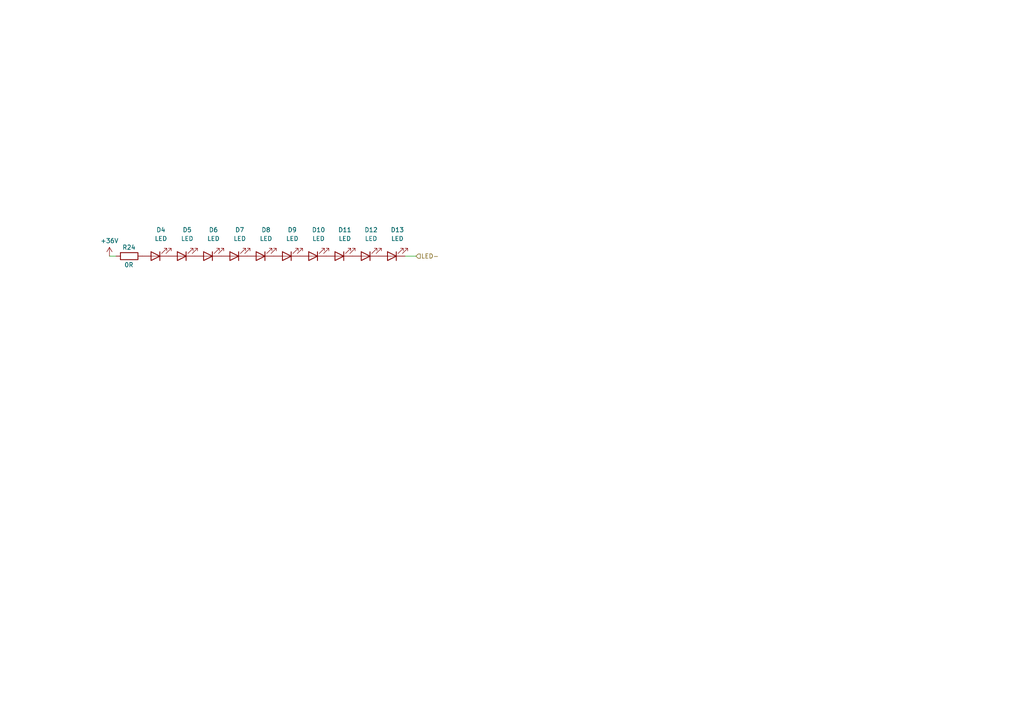
<source format=kicad_sch>
(kicad_sch (version 20230121) (generator eeschema)
  (paper "A4")
  (lib_symbols
    (symbol "Device:LED" (pin_numbers hide) (pin_names (offset 1.016) hide)
      (property "Reference" "D" (at 0 2.54 0))
      (property "Value" "LED" (at 0 -2.54 0))
      (symbol "LED_0_1"
        (polyline (pts (xy -1.27 -1.27) (xy -1.27 1.27)) (stroke (width 0.254)))
        (polyline (pts (xy -1.27 0) (xy 1.27 0)))
        (polyline (pts (xy 1.27 -1.27) (xy 1.27 1.27) (xy -1.27 0) (xy 1.27 -1.27)) (stroke (width 0.254)))
        (polyline (pts (xy -3.048 -0.762) (xy -4.572 -2.286) (xy -3.81 -2.286) (xy -4.572 -2.286) (xy -4.572 -1.524)))
        (polyline (pts (xy -1.778 -0.762) (xy -3.302 -2.286) (xy -2.54 -2.286) (xy -3.302 -2.286) (xy -3.302 -1.524)))
      )
      (symbol "LED_1_1"
        (pin passive line (at -3.81 0 0) (length 2.54) (name "K") (number "1"))
        (pin passive line (at 3.81 0 180) (length 2.54) (name "A") (number "2"))
      )
    )
    (symbol "Device:R" (pin_numbers hide) (pin_names (offset 0))
      (property "Reference" "R" (at 2.032 0 90))
      (property "Value" "R" (at 0 0 90))
      (symbol "R_0_1"
        (rectangle (start -1.016 -2.54) (end 1.016 2.54) (stroke (width 0.254)))
      )
      (symbol "R_1_1"
        (pin passive line (at 0 3.81 270) (length 1.27) (name "~") (number "1"))
        (pin passive line (at 0 -3.81 90) (length 1.27) (name "~") (number "2"))
      )
    )
    (symbol "power:+36V" (power) (pin_names (offset 0))
      (property "Value" "+36V" (at 0 3.556 0))
      (symbol "+36V_0_1"
        (polyline (pts (xy -0.762 1.27) (xy 0 2.54)))
        (polyline (pts (xy 0 0) (xy 0 2.54)))
        (polyline (pts (xy 0 2.54) (xy 0.762 1.27)))
      )
      (symbol "+36V_1_1"
        (pin power_in line (at 0 0 90) (length 0) hide (name "+36V") (number "1"))
      )
    )
  )
  (wire (pts (xy 120.65 74.295) (xy 117.475 74.295)))
  (wire (pts (xy 31.75 74.295) (xy 33.655 74.295)))
  (hierarchical_label "LED-" (shape input) (at 120.65 74.295 0))
  (symbol (lib_id "Device:LED") (at 90.805 74.295 180) (unit 1)
    (property "Reference" "D10" (at 92.3925 66.675 0))
    (property "Value" "LED" (at 92.3925 69.215 0))
    (property "Footprint" "LED_SMD:LED_PLCC-2_3.4x3.0mm_KA" (effects hide))
    (property "Datasheet" "https://www.qt-brightek.com/datasheet/QBLP670-IW-XX.pdf" (effects hide))
    (instances (project "RGB LED Driver" (path "" (reference "D10") (unit 1)) (path "" (reference "D20") (unit 1)) (path "" (reference "D30") (unit 1)) (path "" (reference "D40") (unit 1))))
  )
  (symbol (lib_id "Device:LED") (at 98.425 74.295 180) (unit 1)
    (property "Reference" "D11" (at 100.0125 66.675 0))
    (property "Value" "LED" (at 100.0125 69.215 0))
    (property "Footprint" "LED_SMD:LED_PLCC-2_3.4x3.0mm_KA" (effects hide))
    (property "Datasheet" "https://www.qt-brightek.com/datasheet/QBLP670-IW-XX.pdf" (effects hide))
    (instances (project "RGB LED Driver" (path "" (reference "D11") (unit 1)) (path "" (reference "D21") (unit 1)) (path "" (reference "D31") (unit 1)) (path "" (reference "D41") (unit 1))))
  )
  (symbol (lib_id "Device:LED") (at 67.945 74.295 180) (unit 1)
    (property "Reference" "D7" (at 69.5325 66.675 0))
    (property "Value" "LED" (at 69.5325 69.215 0))
    (property "Footprint" "LED_SMD:LED_PLCC-2_3.4x3.0mm_KA" (effects hide))
    (property "Datasheet" "https://www.qt-brightek.com/datasheet/QBLP670-IW-XX.pdf" (effects hide))
    (instances (project "RGB LED Driver" (path "" (reference "D7") (unit 1)) (path "" (reference "D17") (unit 1)) (path "" (reference "D27") (unit 1)) (path "" (reference "D37") (unit 1))))
  )
  (symbol (lib_id "Device:LED") (at 75.565 74.295 180) (unit 1)
    (property "Reference" "D8" (at 77.1525 66.675 0))
    (property "Value" "LED" (at 77.1525 69.215 0))
    (property "Footprint" "LED_SMD:LED_PLCC-2_3.4x3.0mm_KA" (effects hide))
    (property "Datasheet" "https://www.qt-brightek.com/datasheet/QBLP670-IW-XX.pdf" (effects hide))
    (instances (project "RGB LED Driver" (path "" (reference "D8") (unit 1)) (path "" (reference "D18") (unit 1)) (path "" (reference "D28") (unit 1)) (path "" (reference "D38") (unit 1))))
  )
  (symbol (lib_id "power:+36V") (at 31.75 74.295 0) (unit 1)
    (property "Reference" "#PWR047" (effects hide))
    (property "Value" "+36V" (at 31.75 69.85 0))
    (instances (project "RGB LED Driver" (path "" (reference "#PWR047") (unit 1)) (path "" (reference "#PWR049") (unit 1)) (path "" (reference "#PWR050") (unit 1)) (path "" (reference "#PWR051") (unit 1))))
  )
  (symbol (lib_id "Device:LED") (at 52.705 74.295 180) (unit 1)
    (property "Reference" "D5" (at 54.2925 66.675 0))
    (property "Value" "LED" (at 54.2925 69.215 0))
    (property "Footprint" "LED_SMD:LED_PLCC-2_3.4x3.0mm_KA" (effects hide))
    (property "Datasheet" "https://www.qt-brightek.com/datasheet/QBLP670-IW-XX.pdf" (effects hide))
    (instances (project "RGB LED Driver" (path "" (reference "D5") (unit 1)) (path "" (reference "D15") (unit 1)) (path "" (reference "D25") (unit 1)) (path "" (reference "D35") (unit 1))))
  )
  (symbol (lib_id "Device:R") (at 37.465 74.295 90) (unit 1)
    (property "Reference" "R24" (at 39.37 71.755 90) (effects (justify left)))
    (property "Value" "0R" (at 38.735 76.835 90) (effects (justify left)))
    (property "Footprint" "Resistor_SMD:R_0805_2012Metric_Pad1.20x1.40mm_HandSolder" (effects hide))
    (instances (project "RGB LED Driver" (path "" (reference "R24") (unit 1)) (path "" (reference "R25") (unit 1)) (path "" (reference "R26") (unit 1)) (path "" (reference "R27") (unit 1))))
  )
  (symbol (lib_id "Device:LED") (at 83.185 74.295 180) (unit 1)
    (property "Reference" "D9" (at 84.7725 66.675 0))
    (property "Value" "LED" (at 84.7725 69.215 0))
    (property "Footprint" "LED_SMD:LED_PLCC-2_3.4x3.0mm_KA" (effects hide))
    (property "Datasheet" "https://www.qt-brightek.com/datasheet/QBLP670-IW-XX.pdf" (effects hide))
    (instances (project "RGB LED Driver" (path "" (reference "D9") (unit 1)) (path "" (reference "D19") (unit 1)) (path "" (reference "D29") (unit 1)) (path "" (reference "D39") (unit 1))))
  )
  (symbol (lib_id "Device:LED") (at 60.325 74.295 180) (unit 1)
    (property "Reference" "D6" (at 61.9125 66.675 0))
    (property "Value" "LED" (at 61.9125 69.215 0))
    (property "Footprint" "LED_SMD:LED_PLCC-2_3.4x3.0mm_KA" (effects hide))
    (property "Datasheet" "https://www.qt-brightek.com/datasheet/QBLP670-IW-XX.pdf" (effects hide))
    (instances (project "RGB LED Driver" (path "" (reference "D6") (unit 1)) (path "" (reference "D16") (unit 1)) (path "" (reference "D26") (unit 1)) (path "" (reference "D36") (unit 1))))
  )
  (symbol (lib_id "Device:LED") (at 106.045 74.295 180) (unit 1)
    (property "Reference" "D12" (at 107.6325 66.675 0))
    (property "Value" "LED" (at 107.6325 69.215 0))
    (property "Footprint" "LED_SMD:LED_PLCC-2_3.4x3.0mm_KA" (effects hide))
    (property "Datasheet" "https://www.qt-brightek.com/datasheet/QBLP670-IW-XX.pdf" (effects hide))
    (instances (project "RGB LED Driver" (path "" (reference "D12") (unit 1)) (path "" (reference "D22") (unit 1)) (path "" (reference "D32") (unit 1)) (path "" (reference "D42") (unit 1))))
  )
  (symbol (lib_id "Device:LED") (at 45.085 74.295 180) (unit 1)
    (property "Reference" "D4" (at 46.6725 66.675 0))
    (property "Value" "LED" (at 46.6725 69.215 0))
    (property "Footprint" "LED_SMD:LED_PLCC-2_3.4x3.0mm_KA" (effects hide))
    (property "Datasheet" "https://www.qt-brightek.com/datasheet/QBLP670-IW-XX.pdf" (effects hide))
    (instances (project "RGB LED Driver" (path "" (reference "D4") (unit 1)) (path "" (reference "D14") (unit 1)) (path "" (reference "D24") (unit 1)) (path "" (reference "D34") (unit 1))))
  )
  (symbol (lib_id "Device:LED") (at 113.665 74.295 180) (unit 1)
    (property "Reference" "D13" (at 115.2525 66.675 0))
    (property "Value" "LED" (at 115.2525 69.215 0))
    (property "Footprint" "LED_SMD:LED_PLCC-2_3.4x3.0mm_KA" (effects hide))
    (property "Datasheet" "https://www.qt-brightek.com/datasheet/QBLP670-IW-XX.pdf" (effects hide))
    (instances (project "RGB LED Driver" (path "" (reference "D13") (unit 1)) (path "" (reference "D23") (unit 1)) (path "" (reference "D33") (unit 1)) (path "" (reference "D43") (unit 1))))
  )
)
</source>
